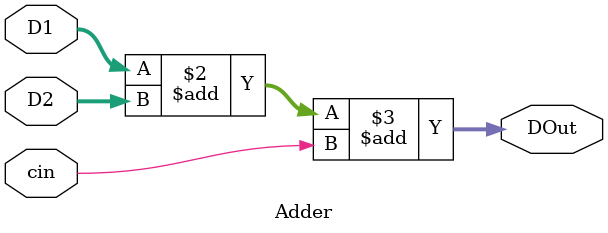
<source format=v>
`timescale 1ns / 1ps


module Adder(
    output reg [31:0] DOut,
    input [31:0] D1,
    input [31:0] D2,
    input cin
    );
    always@(*)
    begin
    DOut <= D1 + D2 + cin; 
    end
endmodule

</source>
